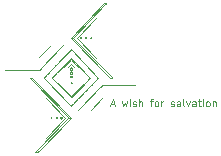
<source format=gbr>
%TF.GenerationSoftware,KiCad,Pcbnew,5.1.10*%
%TF.CreationDate,2021-06-14T18:34:52+02:00*%
%TF.ProjectId,scattered-bat-plate-1,73636174-7465-4726-9564-2d6261742d70,rev?*%
%TF.SameCoordinates,Original*%
%TF.FileFunction,Legend,Top*%
%TF.FilePolarity,Positive*%
%FSLAX46Y46*%
G04 Gerber Fmt 4.6, Leading zero omitted, Abs format (unit mm)*
G04 Created by KiCad (PCBNEW 5.1.10) date 2021-06-14 18:34:52*
%MOMM*%
%LPD*%
G01*
G04 APERTURE LIST*
%ADD10C,0.100000*%
%ADD11C,0.036000*%
G04 APERTURE END LIST*
D10*
X137172857Y-123290000D02*
X137458571Y-123290000D01*
X137115714Y-123461428D02*
X137315714Y-122861428D01*
X137515714Y-123461428D01*
X138115714Y-123061428D02*
X138230000Y-123461428D01*
X138344285Y-123175714D01*
X138458571Y-123461428D01*
X138572857Y-123061428D01*
X138801428Y-123461428D02*
X138801428Y-123061428D01*
X138801428Y-122861428D02*
X138772857Y-122890000D01*
X138801428Y-122918571D01*
X138830000Y-122890000D01*
X138801428Y-122861428D01*
X138801428Y-122918571D01*
X139058571Y-123432857D02*
X139115714Y-123461428D01*
X139230000Y-123461428D01*
X139287142Y-123432857D01*
X139315714Y-123375714D01*
X139315714Y-123347142D01*
X139287142Y-123290000D01*
X139230000Y-123261428D01*
X139144285Y-123261428D01*
X139087142Y-123232857D01*
X139058571Y-123175714D01*
X139058571Y-123147142D01*
X139087142Y-123090000D01*
X139144285Y-123061428D01*
X139230000Y-123061428D01*
X139287142Y-123090000D01*
X139572857Y-123461428D02*
X139572857Y-122861428D01*
X139830000Y-123461428D02*
X139830000Y-123147142D01*
X139801428Y-123090000D01*
X139744285Y-123061428D01*
X139658571Y-123061428D01*
X139601428Y-123090000D01*
X139572857Y-123118571D01*
X140487142Y-123061428D02*
X140715714Y-123061428D01*
X140572857Y-123461428D02*
X140572857Y-122947142D01*
X140601428Y-122890000D01*
X140658571Y-122861428D01*
X140715714Y-122861428D01*
X141001428Y-123461428D02*
X140944285Y-123432857D01*
X140915714Y-123404285D01*
X140887142Y-123347142D01*
X140887142Y-123175714D01*
X140915714Y-123118571D01*
X140944285Y-123090000D01*
X141001428Y-123061428D01*
X141087142Y-123061428D01*
X141144285Y-123090000D01*
X141172857Y-123118571D01*
X141201428Y-123175714D01*
X141201428Y-123347142D01*
X141172857Y-123404285D01*
X141144285Y-123432857D01*
X141087142Y-123461428D01*
X141001428Y-123461428D01*
X141458571Y-123461428D02*
X141458571Y-123061428D01*
X141458571Y-123175714D02*
X141487142Y-123118571D01*
X141515714Y-123090000D01*
X141572857Y-123061428D01*
X141630000Y-123061428D01*
X142258571Y-123432857D02*
X142315714Y-123461428D01*
X142430000Y-123461428D01*
X142487142Y-123432857D01*
X142515714Y-123375714D01*
X142515714Y-123347142D01*
X142487142Y-123290000D01*
X142430000Y-123261428D01*
X142344285Y-123261428D01*
X142287142Y-123232857D01*
X142258571Y-123175714D01*
X142258571Y-123147142D01*
X142287142Y-123090000D01*
X142344285Y-123061428D01*
X142430000Y-123061428D01*
X142487142Y-123090000D01*
X143030000Y-123461428D02*
X143030000Y-123147142D01*
X143001428Y-123090000D01*
X142944285Y-123061428D01*
X142830000Y-123061428D01*
X142772857Y-123090000D01*
X143030000Y-123432857D02*
X142972857Y-123461428D01*
X142830000Y-123461428D01*
X142772857Y-123432857D01*
X142744285Y-123375714D01*
X142744285Y-123318571D01*
X142772857Y-123261428D01*
X142830000Y-123232857D01*
X142972857Y-123232857D01*
X143030000Y-123204285D01*
X143401428Y-123461428D02*
X143344285Y-123432857D01*
X143315714Y-123375714D01*
X143315714Y-122861428D01*
X143572857Y-123061428D02*
X143715714Y-123461428D01*
X143858571Y-123061428D01*
X144344285Y-123461428D02*
X144344285Y-123147142D01*
X144315714Y-123090000D01*
X144258571Y-123061428D01*
X144144285Y-123061428D01*
X144087142Y-123090000D01*
X144344285Y-123432857D02*
X144287142Y-123461428D01*
X144144285Y-123461428D01*
X144087142Y-123432857D01*
X144058571Y-123375714D01*
X144058571Y-123318571D01*
X144087142Y-123261428D01*
X144144285Y-123232857D01*
X144287142Y-123232857D01*
X144344285Y-123204285D01*
X144544285Y-123061428D02*
X144772857Y-123061428D01*
X144630000Y-122861428D02*
X144630000Y-123375714D01*
X144658571Y-123432857D01*
X144715714Y-123461428D01*
X144772857Y-123461428D01*
X144972857Y-123461428D02*
X144972857Y-123061428D01*
X144972857Y-122861428D02*
X144944285Y-122890000D01*
X144972857Y-122918571D01*
X145001428Y-122890000D01*
X144972857Y-122861428D01*
X144972857Y-122918571D01*
X145344285Y-123461428D02*
X145287142Y-123432857D01*
X145258571Y-123404285D01*
X145230000Y-123347142D01*
X145230000Y-123175714D01*
X145258571Y-123118571D01*
X145287142Y-123090000D01*
X145344285Y-123061428D01*
X145430000Y-123061428D01*
X145487142Y-123090000D01*
X145515714Y-123118571D01*
X145544285Y-123175714D01*
X145544285Y-123347142D01*
X145515714Y-123404285D01*
X145487142Y-123432857D01*
X145430000Y-123461428D01*
X145344285Y-123461428D01*
X145801428Y-123061428D02*
X145801428Y-123461428D01*
X145801428Y-123118571D02*
X145830000Y-123090000D01*
X145887142Y-123061428D01*
X145972857Y-123061428D01*
X146030000Y-123090000D01*
X146058571Y-123147142D01*
X146058571Y-123461428D01*
D11*
X133745637Y-120905796D02*
X133741446Y-120942833D01*
X133741446Y-120942833D02*
X133756585Y-120976485D01*
X133756585Y-120976485D02*
X133759977Y-120980262D01*
X133806752Y-120863615D02*
X133772022Y-120873789D01*
X133772022Y-120873789D02*
X133747716Y-120901114D01*
X133747716Y-120901114D02*
X133745637Y-120905796D01*
X135502239Y-117675662D02*
X135465962Y-117683116D01*
X134617125Y-117582695D02*
X134652017Y-117592917D01*
X134652017Y-117592917D02*
X134676437Y-117620372D01*
X134676437Y-117620372D02*
X134678527Y-117625076D01*
X132097752Y-124402596D02*
X132097752Y-124402596D01*
X134268387Y-122239746D02*
X134963335Y-121521886D01*
X133724640Y-120383196D02*
X133756115Y-120406329D01*
X133756115Y-120406329D02*
X133792424Y-120417412D01*
X133792424Y-120417412D02*
X133830458Y-120415807D01*
X133830458Y-120415807D02*
X133851190Y-120409197D01*
X133699469Y-120252474D02*
X133690823Y-120291364D01*
X133690823Y-120291364D02*
X133694804Y-120330257D01*
X133694804Y-120330257D02*
X133710795Y-120365940D01*
X133710795Y-120365940D02*
X133724640Y-120383196D01*
X134617125Y-117582695D02*
X134617125Y-117582695D01*
X134981676Y-117651348D02*
X134991392Y-117627119D01*
X135002154Y-117683006D02*
X134981699Y-117652643D01*
X134981699Y-117652643D02*
X134981676Y-117651348D01*
X132585062Y-124412753D02*
X132561605Y-124402716D01*
X134664120Y-117699893D02*
X134632449Y-117718151D01*
X134632449Y-117718151D02*
X134596388Y-117716574D01*
X134596388Y-117716574D02*
X134591691Y-117714775D01*
X133806755Y-119373470D02*
X133806755Y-119373470D01*
X133787563Y-123436052D02*
X131474930Y-121047174D01*
X137073054Y-121044125D02*
X137041290Y-121011311D01*
X137271873Y-121044125D02*
X137073054Y-121044125D01*
X133345122Y-119850323D02*
X132650174Y-120568182D01*
X133806752Y-120178427D02*
X133768659Y-120185058D01*
X133768659Y-120185058D02*
X133735398Y-120203742D01*
X133735398Y-120203742D02*
X133709603Y-120232657D01*
X133709603Y-120232657D02*
X133699469Y-120252474D01*
X133809716Y-122610578D02*
X133800512Y-122620082D01*
X133806753Y-122613705D02*
X132708339Y-121479079D01*
X133922874Y-120298377D02*
X133916997Y-120260700D01*
X133916997Y-120260700D02*
X133900088Y-120227013D01*
X133900088Y-120227013D02*
X133888863Y-120213559D01*
X133851190Y-120409197D02*
X133883925Y-120388012D01*
X133883925Y-120388012D02*
X133907732Y-120357603D01*
X133907732Y-120357603D02*
X133920852Y-120320691D01*
X133920852Y-120320691D02*
X133922874Y-120298377D01*
X132630983Y-119853008D02*
X132659701Y-119823342D01*
X132659701Y-119823342D02*
X132688334Y-119793765D01*
X132688334Y-119793765D02*
X132716870Y-119764289D01*
X132716870Y-119764289D02*
X132745296Y-119734925D01*
X132745296Y-119734925D02*
X132773602Y-119705686D01*
X132773602Y-119705686D02*
X132801774Y-119676585D01*
X132801774Y-119676585D02*
X132829802Y-119647633D01*
X132829802Y-119647633D02*
X132857674Y-119618842D01*
X132857674Y-119618842D02*
X132885377Y-119590226D01*
X132885377Y-119590226D02*
X132912899Y-119561796D01*
X132912899Y-119561796D02*
X132940230Y-119533564D01*
X132940230Y-119533564D02*
X132967357Y-119505543D01*
X132967357Y-119505543D02*
X132994267Y-119477745D01*
X132994267Y-119477745D02*
X133020951Y-119450182D01*
X133020951Y-119450182D02*
X133047394Y-119422867D01*
X133047394Y-119422867D02*
X133073587Y-119395811D01*
X133073587Y-119395811D02*
X133099516Y-119369027D01*
X133099516Y-119369027D02*
X133125170Y-119342527D01*
X133125170Y-119342527D02*
X133150537Y-119316324D01*
X133150537Y-119316324D02*
X133175605Y-119290429D01*
X133175605Y-119290429D02*
X133224798Y-119239614D01*
X133224798Y-119239614D02*
X133272654Y-119190181D01*
X133272654Y-119190181D02*
X133319077Y-119142226D01*
X133319077Y-119142226D02*
X133363974Y-119095849D01*
X133363974Y-119095849D02*
X133407249Y-119051147D01*
X133407249Y-119051147D02*
X133448808Y-119008219D01*
X133806755Y-119373470D02*
X135424967Y-121045034D01*
X133787563Y-118658296D02*
X133787563Y-118658296D01*
X132527297Y-120695111D02*
X132568855Y-120652182D01*
X132568855Y-120652182D02*
X132612130Y-120607480D01*
X132612130Y-120607480D02*
X132657027Y-120561103D01*
X132657027Y-120561103D02*
X132703450Y-120513148D01*
X132703450Y-120513148D02*
X132751306Y-120463715D01*
X132751306Y-120463715D02*
X132800499Y-120412900D01*
X132800499Y-120412900D02*
X132825567Y-120387005D01*
X132825567Y-120387005D02*
X132850934Y-120360802D01*
X132850934Y-120360802D02*
X132876588Y-120334302D01*
X132876588Y-120334302D02*
X132902518Y-120307518D01*
X132902518Y-120307518D02*
X132928710Y-120280463D01*
X132928710Y-120280463D02*
X132955153Y-120253147D01*
X132955153Y-120253147D02*
X132981837Y-120225584D01*
X132981837Y-120225584D02*
X133008747Y-120197786D01*
X133008747Y-120197786D02*
X133035874Y-120169765D01*
X133035874Y-120169765D02*
X133063205Y-120141534D01*
X133063205Y-120141534D02*
X133090727Y-120113104D01*
X133090727Y-120113104D02*
X133118430Y-120084487D01*
X133118430Y-120084487D02*
X133146302Y-120055697D01*
X133146302Y-120055697D02*
X133174330Y-120026745D01*
X133174330Y-120026745D02*
X133202502Y-119997644D01*
X133202502Y-119997644D02*
X133230808Y-119968405D01*
X133230808Y-119968405D02*
X133259234Y-119939041D01*
X133259234Y-119939041D02*
X133287770Y-119909565D01*
X133287770Y-119909565D02*
X133316403Y-119879988D01*
X133316403Y-119879988D02*
X133345122Y-119850323D01*
X135926791Y-115955967D02*
X134285525Y-117651348D01*
X133468000Y-119723393D02*
X133507548Y-119682540D01*
X133507548Y-119682540D02*
X133544830Y-119644029D01*
X133544830Y-119644029D02*
X133579805Y-119607901D01*
X133579805Y-119607901D02*
X133612435Y-119574195D01*
X133612435Y-119574195D02*
X133642680Y-119542953D01*
X133642680Y-119542953D02*
X133670502Y-119514214D01*
X133670502Y-119514214D02*
X133695859Y-119488020D01*
X133695859Y-119488020D02*
X133729192Y-119453589D01*
X133729192Y-119453589D02*
X133756761Y-119425111D01*
X133756761Y-119425111D02*
X133784326Y-119396638D01*
X133784326Y-119396638D02*
X133806755Y-119373470D01*
X133856523Y-121480409D02*
X133843646Y-121445902D01*
X133843646Y-121445902D02*
X133841945Y-121444055D01*
X133825798Y-121527908D02*
X133851705Y-121502477D01*
X133851705Y-121502477D02*
X133856523Y-121480409D01*
X133448808Y-119008219D02*
X133488356Y-118967366D01*
X133488356Y-118967366D02*
X133525638Y-118928855D01*
X133525638Y-118928855D02*
X133560613Y-118892727D01*
X133560613Y-118892727D02*
X133593243Y-118859021D01*
X133593243Y-118859021D02*
X133623488Y-118827779D01*
X133623488Y-118827779D02*
X133651310Y-118799040D01*
X133651310Y-118799040D02*
X133676667Y-118772846D01*
X133676667Y-118772846D02*
X133710000Y-118738415D01*
X133710000Y-118738415D02*
X133737569Y-118709937D01*
X133737569Y-118709937D02*
X133765134Y-118681464D01*
X133765134Y-118681464D02*
X133787563Y-118658296D01*
X133771558Y-121516763D02*
X133806028Y-121531817D01*
X133806028Y-121531817D02*
X133825798Y-121527908D01*
X133760769Y-121460735D02*
X133759857Y-121497639D01*
X133759857Y-121497639D02*
X133771558Y-121516763D01*
X133431402Y-119863971D02*
X133056404Y-120251333D01*
X133806755Y-122716598D02*
X132188542Y-121045034D01*
X133788507Y-124436955D02*
X130540553Y-121081916D01*
X130975279Y-127342931D02*
X133788507Y-124436955D01*
X134991392Y-117627119D02*
X135014848Y-117617082D01*
X132530958Y-124423869D02*
X132537279Y-124460278D01*
X132537279Y-124460278D02*
X132538149Y-124461212D01*
X130299998Y-121040001D02*
X130503966Y-121044141D01*
X130366531Y-121108728D02*
X130299998Y-121040001D01*
X134678527Y-117625076D02*
X134682737Y-117662287D01*
X134682737Y-117662287D02*
X134667527Y-117696098D01*
X134667527Y-117696098D02*
X134664120Y-117699893D01*
X135465962Y-117683116D02*
X135445436Y-117652647D01*
X135445436Y-117652647D02*
X135445413Y-117651348D01*
X133787563Y-118658296D02*
X136100196Y-121047174D01*
X134145509Y-122366675D02*
X134105960Y-122407527D01*
X134105960Y-122407527D02*
X134068678Y-122446038D01*
X134068678Y-122446038D02*
X134033703Y-122482166D01*
X134033703Y-122482166D02*
X134001073Y-122515872D01*
X134001073Y-122515872D02*
X133970828Y-122547114D01*
X133970828Y-122547114D02*
X133943007Y-122575853D01*
X133943007Y-122575853D02*
X133917649Y-122602047D01*
X133917649Y-122602047D02*
X133884317Y-122636478D01*
X133884317Y-122636478D02*
X133856748Y-122664956D01*
X133856748Y-122664956D02*
X133829183Y-122693429D01*
X133829183Y-122693429D02*
X133806755Y-122716598D01*
X131813685Y-120697251D02*
X131855243Y-120654322D01*
X131855243Y-120654322D02*
X131898518Y-120609620D01*
X131898518Y-120609620D02*
X131943415Y-120563243D01*
X131943415Y-120563243D02*
X131989839Y-120515288D01*
X131989839Y-120515288D02*
X132037694Y-120465855D01*
X132037694Y-120465855D02*
X132086887Y-120415040D01*
X132086887Y-120415040D02*
X132111956Y-120389145D01*
X132111956Y-120389145D02*
X132137323Y-120362942D01*
X132137323Y-120362942D02*
X132162977Y-120336442D01*
X132162977Y-120336442D02*
X132188906Y-120309658D01*
X132188906Y-120309658D02*
X132215098Y-120282602D01*
X132215098Y-120282602D02*
X132241542Y-120255287D01*
X132241542Y-120255287D02*
X132268225Y-120227724D01*
X132268225Y-120227724D02*
X132295136Y-120199926D01*
X132295136Y-120199926D02*
X132322263Y-120171905D01*
X132322263Y-120171905D02*
X132349593Y-120143673D01*
X132349593Y-120143673D02*
X132377116Y-120115243D01*
X132377116Y-120115243D02*
X132404819Y-120086627D01*
X132404819Y-120086627D02*
X132432691Y-120057837D01*
X132432691Y-120057837D02*
X132460719Y-120028885D01*
X132460719Y-120028885D02*
X132488891Y-119999783D01*
X132488891Y-119999783D02*
X132517197Y-119970544D01*
X132517197Y-119970544D02*
X132545623Y-119941181D01*
X132545623Y-119941181D02*
X132574159Y-119911704D01*
X132574159Y-119911704D02*
X132602792Y-119882127D01*
X132602792Y-119882127D02*
X132631511Y-119852462D01*
X130975279Y-127342994D02*
X131044257Y-127271738D01*
X130775766Y-127343205D02*
X130975279Y-127342994D01*
X132538149Y-124461212D02*
X132574299Y-124468640D01*
X134943615Y-122241885D02*
X134944143Y-122241341D01*
X134126318Y-123086129D02*
X134086769Y-123126981D01*
X134086769Y-123126981D02*
X134049487Y-123165492D01*
X134049487Y-123165492D02*
X134014512Y-123201620D01*
X134014512Y-123201620D02*
X133981882Y-123235326D01*
X133981882Y-123235326D02*
X133951636Y-123266568D01*
X133951636Y-123266568D02*
X133923815Y-123295307D01*
X133923815Y-123295307D02*
X133898457Y-123321501D01*
X133898457Y-123321501D02*
X133865125Y-123355932D01*
X133865125Y-123355932D02*
X133837556Y-123384410D01*
X133837556Y-123384410D02*
X133809991Y-123412883D01*
X133809991Y-123412883D02*
X133787563Y-123436052D01*
X134591691Y-117714775D02*
X134563241Y-117691537D01*
X134563241Y-117691537D02*
X134550850Y-117656519D01*
X134550850Y-117656519D02*
X134550663Y-117651348D01*
X132594777Y-124436982D02*
X132585062Y-124412753D01*
X133853526Y-120883628D02*
X133821301Y-120865287D01*
X133821301Y-120865287D02*
X133806752Y-120863615D01*
X133872902Y-120931945D02*
X133863517Y-120896862D01*
X133863517Y-120896862D02*
X133853526Y-120883628D01*
X135086213Y-121394957D02*
X135044654Y-121437885D01*
X135044654Y-121437885D02*
X135001379Y-121482587D01*
X135001379Y-121482587D02*
X134956482Y-121528964D01*
X134956482Y-121528964D02*
X134910058Y-121576919D01*
X134910058Y-121576919D02*
X134862202Y-121626352D01*
X134862202Y-121626352D02*
X134813009Y-121677167D01*
X134813009Y-121677167D02*
X134787941Y-121703062D01*
X134787941Y-121703062D02*
X134762574Y-121729265D01*
X134762574Y-121729265D02*
X134736920Y-121755765D01*
X134736920Y-121755765D02*
X134710991Y-121782549D01*
X134710991Y-121782549D02*
X134684798Y-121809605D01*
X134684798Y-121809605D02*
X134658355Y-121836920D01*
X134658355Y-121836920D02*
X134631672Y-121864483D01*
X134631672Y-121864483D02*
X134604761Y-121892281D01*
X134604761Y-121892281D02*
X134577634Y-121920302D01*
X134577634Y-121920302D02*
X134550303Y-121948534D01*
X134550303Y-121948534D02*
X134522781Y-121976964D01*
X134522781Y-121976964D02*
X134495078Y-122005580D01*
X134495078Y-122005580D02*
X134467206Y-122034370D01*
X134467206Y-122034370D02*
X134439178Y-122063322D01*
X134439178Y-122063322D02*
X134411006Y-122092424D01*
X134411006Y-122092424D02*
X134382700Y-122121663D01*
X134382700Y-122121663D02*
X134354274Y-122151026D01*
X134354274Y-122151026D02*
X134325738Y-122180503D01*
X134325738Y-122180503D02*
X134297105Y-122210080D01*
X134297105Y-122210080D02*
X134268387Y-122239746D01*
X133906299Y-120623826D02*
X133899623Y-120586803D01*
X133899623Y-120586803D02*
X133880546Y-120554809D01*
X133880546Y-120554809D02*
X133877142Y-120551114D01*
X133844847Y-120718827D02*
X133875582Y-120698117D01*
X133875582Y-120698117D02*
X133896663Y-120667965D01*
X133896663Y-120667965D02*
X133906017Y-120631572D01*
X133906017Y-120631572D02*
X133906299Y-120623826D01*
X132912333Y-124485527D02*
X132944003Y-124503785D01*
X132944003Y-124503785D02*
X132980064Y-124502208D01*
X132980064Y-124502208D02*
X132984762Y-124500409D01*
X132650174Y-120568182D02*
X132678892Y-120538516D01*
X132678892Y-120538516D02*
X132707525Y-120508939D01*
X132707525Y-120508939D02*
X132736061Y-120479463D01*
X132736061Y-120479463D02*
X132764487Y-120450099D01*
X132764487Y-120450099D02*
X132792793Y-120420860D01*
X132792793Y-120420860D02*
X132820966Y-120391759D01*
X132820966Y-120391759D02*
X132848994Y-120362807D01*
X132848994Y-120362807D02*
X132876865Y-120334016D01*
X132876865Y-120334016D02*
X132904568Y-120305400D01*
X132904568Y-120305400D02*
X132932091Y-120276970D01*
X132932091Y-120276970D02*
X132959421Y-120248738D01*
X132959421Y-120248738D02*
X132986548Y-120220717D01*
X132986548Y-120220717D02*
X133013459Y-120192919D01*
X133013459Y-120192919D02*
X133040142Y-120165356D01*
X133040142Y-120165356D02*
X133066586Y-120138041D01*
X133066586Y-120138041D02*
X133092778Y-120110985D01*
X133092778Y-120110985D02*
X133118707Y-120084201D01*
X133118707Y-120084201D02*
X133144361Y-120057701D01*
X133144361Y-120057701D02*
X133169728Y-120031498D01*
X133169728Y-120031498D02*
X133194796Y-120005603D01*
X133194796Y-120005603D02*
X133243989Y-119954788D01*
X133243989Y-119954788D02*
X133291845Y-119905355D01*
X133291845Y-119905355D02*
X133338269Y-119857400D01*
X133338269Y-119857400D02*
X133383166Y-119811023D01*
X133383166Y-119811023D02*
X133426441Y-119766321D01*
X133426441Y-119766321D02*
X133468000Y-119723393D01*
X135014848Y-117617082D02*
X135044993Y-117637047D01*
X135044993Y-117637047D02*
X135045495Y-117638235D01*
X134285525Y-117651348D02*
X135926633Y-119346566D01*
X130879145Y-127236418D02*
X130775766Y-127343205D01*
X133589256Y-124436955D02*
X130775766Y-127343201D01*
X133806752Y-121428997D02*
X133772071Y-121443529D01*
X133772071Y-121443529D02*
X133760769Y-121460735D01*
X133806752Y-120520997D02*
X133806752Y-120520997D01*
X133290928Y-124436982D02*
X131649820Y-126132200D01*
X132897926Y-124410710D02*
X132893715Y-124447921D01*
X132893715Y-124447921D02*
X132908925Y-124481732D01*
X132908925Y-124481732D02*
X132912333Y-124485527D01*
X132131040Y-124436982D02*
X132121290Y-124412668D01*
X133987455Y-117651297D02*
X137243013Y-121014323D01*
X136800617Y-114745389D02*
X133987455Y-117651297D01*
X133806753Y-122613705D02*
X134904504Y-121479763D01*
X133806752Y-121428997D02*
X133806752Y-121428997D01*
X132188542Y-121045034D02*
X132216861Y-121015780D01*
X132216861Y-121015780D02*
X132247076Y-120984569D01*
X132247076Y-120984569D02*
X132276581Y-120954092D01*
X132276581Y-120954092D02*
X132311805Y-120917706D01*
X132311805Y-120917706D02*
X132338399Y-120890235D01*
X132338399Y-120890235D02*
X132367437Y-120860240D01*
X132367437Y-120860240D02*
X132398880Y-120827760D01*
X132398880Y-120827760D02*
X132432688Y-120792838D01*
X132432688Y-120792838D02*
X132468821Y-120755514D01*
X132468821Y-120755514D02*
X132507241Y-120715827D01*
X132507241Y-120715827D02*
X132527297Y-120695111D01*
X133006324Y-124388437D02*
X132973946Y-124370010D01*
X132973946Y-124370010D02*
X132959328Y-124368329D01*
X132074214Y-124461296D02*
X132110491Y-124468750D01*
X132066999Y-124423823D02*
X132073341Y-124460359D01*
X132073341Y-124460359D02*
X132074214Y-124461296D01*
X131128223Y-119303012D02*
X132098393Y-118300436D01*
X131128223Y-120398955D02*
X133159480Y-118300436D01*
X139184664Y-121693281D02*
X136444332Y-121693281D01*
X136444332Y-121693281D02*
X139184664Y-121693281D01*
X132110491Y-124468750D02*
X132131016Y-124438281D01*
X132131016Y-124438281D02*
X132131040Y-124436982D01*
X134944143Y-122241341D02*
X134915424Y-122271006D01*
X134915424Y-122271006D02*
X134886791Y-122300583D01*
X134886791Y-122300583D02*
X134858255Y-122330059D01*
X134858255Y-122330059D02*
X134829829Y-122359423D01*
X134829829Y-122359423D02*
X134801523Y-122388662D01*
X134801523Y-122388662D02*
X134773351Y-122417763D01*
X134773351Y-122417763D02*
X134745323Y-122446715D01*
X134745323Y-122446715D02*
X134717451Y-122475505D01*
X134717451Y-122475505D02*
X134689748Y-122504122D01*
X134689748Y-122504122D02*
X134662226Y-122532552D01*
X134662226Y-122532552D02*
X134634895Y-122560783D01*
X134634895Y-122560783D02*
X134607768Y-122588804D01*
X134607768Y-122588804D02*
X134580858Y-122616602D01*
X134580858Y-122616602D02*
X134554174Y-122644165D01*
X134554174Y-122644165D02*
X134527731Y-122671481D01*
X134527731Y-122671481D02*
X134501539Y-122698536D01*
X134501539Y-122698536D02*
X134475609Y-122725320D01*
X134475609Y-122725320D02*
X134449955Y-122751820D01*
X134449955Y-122751820D02*
X134424588Y-122778023D01*
X134424588Y-122778023D02*
X134399520Y-122803918D01*
X134399520Y-122803918D02*
X134350327Y-122854733D01*
X134350327Y-122854733D02*
X134302471Y-122904166D01*
X134302471Y-122904166D02*
X134256048Y-122952121D01*
X134256048Y-122952121D02*
X134211151Y-122998498D01*
X134211151Y-122998498D02*
X134167876Y-123043200D01*
X134167876Y-123043200D02*
X134126318Y-123086129D01*
X131474930Y-121047174D02*
X131503250Y-121017920D01*
X131503250Y-121017920D02*
X131533464Y-120986709D01*
X131533464Y-120986709D02*
X131562969Y-120956232D01*
X131562969Y-120956232D02*
X131598193Y-120919846D01*
X131598193Y-120919846D02*
X131624788Y-120892375D01*
X131624788Y-120892375D02*
X131653826Y-120862380D01*
X131653826Y-120862380D02*
X131685268Y-120829900D01*
X131685268Y-120829900D02*
X131719076Y-120794978D01*
X131719076Y-120794978D02*
X131755209Y-120757654D01*
X131755209Y-120757654D02*
X131793629Y-120717967D01*
X131793629Y-120717967D02*
X131813685Y-120697251D01*
X133788506Y-117651327D02*
X137041281Y-121011341D01*
X136601833Y-114745248D02*
X133788506Y-117651327D01*
X133832066Y-120995075D02*
X133860382Y-120971945D01*
X133860382Y-120971945D02*
X133872714Y-120937092D01*
X133872714Y-120937092D02*
X133872902Y-120931945D01*
X133759977Y-120980262D02*
X133791498Y-120998434D01*
X133791498Y-120998434D02*
X133829738Y-120996018D01*
X133829738Y-120996018D02*
X133832066Y-120995075D01*
X135478701Y-117616962D02*
X135508950Y-117636997D01*
X135508950Y-117636997D02*
X135509454Y-117638189D01*
X133806752Y-120863615D02*
X133806752Y-120863615D01*
X133841945Y-121444055D02*
X133807987Y-121429012D01*
X133807987Y-121429012D02*
X133806752Y-121428997D01*
X136100196Y-121047174D02*
X136071875Y-121076427D01*
X136071875Y-121076427D02*
X136041661Y-121107638D01*
X136041661Y-121107638D02*
X136012156Y-121138116D01*
X136012156Y-121138116D02*
X135976932Y-121174501D01*
X135976932Y-121174501D02*
X135950337Y-121201972D01*
X135950337Y-121201972D02*
X135921299Y-121231967D01*
X135921299Y-121231967D02*
X135889857Y-121264447D01*
X135889857Y-121264447D02*
X135856049Y-121299369D01*
X135856049Y-121299369D02*
X135819916Y-121336693D01*
X135819916Y-121336693D02*
X135781496Y-121376380D01*
X135781496Y-121376380D02*
X135761441Y-121397097D01*
X134550663Y-117651348D02*
X134560091Y-117616099D01*
X134560091Y-117616099D02*
X134570129Y-117602803D01*
X135761441Y-121397097D02*
X135719882Y-121440025D01*
X135719882Y-121440025D02*
X135676607Y-121484727D01*
X135676607Y-121484727D02*
X135631710Y-121531104D01*
X135631710Y-121531104D02*
X135585286Y-121579059D01*
X135585286Y-121579059D02*
X135537430Y-121628492D01*
X135537430Y-121628492D02*
X135488237Y-121679307D01*
X135488237Y-121679307D02*
X135463169Y-121705202D01*
X135463169Y-121705202D02*
X135437802Y-121731405D01*
X135437802Y-121731405D02*
X135412148Y-121757905D01*
X135412148Y-121757905D02*
X135386219Y-121784689D01*
X135386219Y-121784689D02*
X135360026Y-121811744D01*
X135360026Y-121811744D02*
X135333583Y-121839060D01*
X135333583Y-121839060D02*
X135306900Y-121866623D01*
X135306900Y-121866623D02*
X135279989Y-121894421D01*
X135279989Y-121894421D02*
X135252862Y-121922442D01*
X135252862Y-121922442D02*
X135225531Y-121950673D01*
X135225531Y-121950673D02*
X135198009Y-121979103D01*
X135198009Y-121979103D02*
X135170306Y-122007720D01*
X135170306Y-122007720D02*
X135142434Y-122036510D01*
X135142434Y-122036510D02*
X135114406Y-122065462D01*
X135114406Y-122065462D02*
X135086234Y-122094563D01*
X135086234Y-122094563D02*
X135057928Y-122123802D01*
X135057928Y-122123802D02*
X135029502Y-122153166D01*
X135029502Y-122153166D02*
X135000966Y-122182642D01*
X135000966Y-122182642D02*
X134972333Y-122212219D01*
X134972333Y-122212219D02*
X134943615Y-122241885D01*
X133736361Y-120696537D02*
X133766645Y-120717944D01*
X133766645Y-120717944D02*
X133801681Y-120726523D01*
X133801681Y-120726523D02*
X133837811Y-120721522D01*
X133837811Y-120721522D02*
X133844847Y-120718827D01*
X133714782Y-120584475D02*
X133707225Y-120621568D01*
X133707225Y-120621568D02*
X133712959Y-120658287D01*
X133712959Y-120658287D02*
X133731257Y-120690854D01*
X133731257Y-120690854D02*
X133736361Y-120696537D01*
X132561605Y-124402716D02*
X132561605Y-124402716D01*
X133788507Y-117651297D02*
X133987455Y-117651297D01*
X135045495Y-117638235D02*
X135039173Y-117674644D01*
X135039173Y-117674644D02*
X135038304Y-117675578D01*
X134181717Y-119863572D02*
X134556817Y-120251041D01*
X131649662Y-122741601D02*
X133290928Y-124436982D01*
X134963335Y-121521886D02*
X134934616Y-121551551D01*
X134934616Y-121551551D02*
X134905983Y-121581128D01*
X134905983Y-121581128D02*
X134877447Y-121610605D01*
X134877447Y-121610605D02*
X134849021Y-121639968D01*
X134849021Y-121639968D02*
X134820715Y-121669207D01*
X134820715Y-121669207D02*
X134792542Y-121698309D01*
X134792542Y-121698309D02*
X134764514Y-121727261D01*
X134764514Y-121727261D02*
X134736643Y-121756051D01*
X134736643Y-121756051D02*
X134708940Y-121784667D01*
X134708940Y-121784667D02*
X134681417Y-121813097D01*
X134681417Y-121813097D02*
X134654087Y-121841329D01*
X134654087Y-121841329D02*
X134626960Y-121869350D01*
X134626960Y-121869350D02*
X134600049Y-121897148D01*
X134600049Y-121897148D02*
X134573366Y-121924711D01*
X134573366Y-121924711D02*
X134546922Y-121952026D01*
X134546922Y-121952026D02*
X134520730Y-121979082D01*
X134520730Y-121979082D02*
X134494801Y-122005866D01*
X134494801Y-122005866D02*
X134469147Y-122032366D01*
X134469147Y-122032366D02*
X134443780Y-122058569D01*
X134443780Y-122058569D02*
X134418712Y-122084464D01*
X134418712Y-122084464D02*
X134369519Y-122135279D01*
X134369519Y-122135279D02*
X134321663Y-122184712D01*
X134321663Y-122184712D02*
X134275239Y-122232667D01*
X134275239Y-122232667D02*
X134230342Y-122279044D01*
X134230342Y-122279044D02*
X134187067Y-122323746D01*
X134187067Y-122323746D02*
X134145509Y-122366675D01*
X133806752Y-120520997D02*
X133770683Y-120527980D01*
X133770683Y-120527980D02*
X133740036Y-120547504D01*
X133740036Y-120547504D02*
X133717911Y-120577429D01*
X133717911Y-120577429D02*
X133714782Y-120584475D01*
X133806753Y-119887278D02*
X134088221Y-120178027D01*
X132984762Y-124500409D02*
X133013211Y-124477171D01*
X133013211Y-124477171D02*
X133025602Y-124442153D01*
X133025602Y-124442153D02*
X133025790Y-124436982D01*
X132097752Y-124402596D02*
X132067502Y-124422631D01*
X132067502Y-124422631D02*
X132066999Y-124423823D01*
X132959328Y-124368329D02*
X132959328Y-124368329D01*
X132561605Y-124402716D02*
X132531459Y-124422681D01*
X132531459Y-124422681D02*
X132530958Y-124423869D01*
X135509454Y-117638189D02*
X135503111Y-117674725D01*
X135503111Y-117674725D02*
X135502239Y-117675662D01*
X136444330Y-122789207D02*
X135474161Y-123791783D01*
X136444330Y-121693264D02*
X134413073Y-123791783D01*
X132121290Y-124412668D02*
X132097752Y-124402596D01*
X135038304Y-117675578D02*
X135002154Y-117683006D01*
X133431402Y-119863971D02*
X133806753Y-119476246D01*
X134570129Y-117602803D02*
X134602506Y-117584376D01*
X134602506Y-117584376D02*
X134617125Y-117582695D01*
X135445413Y-117651348D02*
X135455163Y-117627034D01*
X132574299Y-124468640D02*
X132594753Y-124438277D01*
X132594753Y-124438277D02*
X132594777Y-124436982D01*
X135478701Y-117616962D02*
X135478701Y-117616962D01*
X135014848Y-117617082D02*
X135014848Y-117617082D01*
X133525332Y-120177977D02*
X133806753Y-119887278D01*
X133888863Y-120213559D02*
X133858915Y-120191210D01*
X133858915Y-120191210D02*
X133823899Y-120179741D01*
X133823899Y-120179741D02*
X133806752Y-120178427D01*
X135424967Y-121045034D02*
X135396647Y-121074287D01*
X135396647Y-121074287D02*
X135366432Y-121105498D01*
X135366432Y-121105498D02*
X135336927Y-121135976D01*
X135336927Y-121135976D02*
X135301703Y-121172361D01*
X135301703Y-121172361D02*
X135275109Y-121199832D01*
X135275109Y-121199832D02*
X135246071Y-121229827D01*
X135246071Y-121229827D02*
X135214629Y-121262307D01*
X135214629Y-121262307D02*
X135180821Y-121297229D01*
X135180821Y-121297229D02*
X135144688Y-121334553D01*
X135144688Y-121334553D02*
X135106268Y-121374240D01*
X135106268Y-121374240D02*
X135086213Y-121394957D01*
X132959328Y-124368329D02*
X132924435Y-124378551D01*
X132924435Y-124378551D02*
X132900015Y-124406006D01*
X132900015Y-124406006D02*
X132897926Y-124410710D01*
X136444332Y-121693281D02*
X136315968Y-121825877D01*
X133806753Y-119476246D02*
X134181717Y-119863572D01*
X137243013Y-121014323D02*
X137271873Y-121044125D01*
X130503966Y-121044141D02*
X130540554Y-121081935D01*
X136800616Y-114745385D02*
X136601833Y-114745248D01*
X136732740Y-114815498D02*
X136800616Y-114745385D01*
X133806752Y-120178427D02*
X133806752Y-120178427D01*
X133877142Y-120551114D02*
X133847078Y-120529811D01*
X133847078Y-120529811D02*
X133811688Y-120521123D01*
X133811688Y-120521123D02*
X133806752Y-120520997D01*
X133025790Y-124436982D02*
X133016361Y-124401733D01*
X133016361Y-124401733D02*
X133006324Y-124388437D01*
X131128230Y-120398944D02*
X131233480Y-120290224D01*
X128255816Y-120398944D02*
X131128230Y-120398944D01*
X132631511Y-119852462D02*
X132630983Y-119853008D01*
X133788507Y-124436955D02*
X133589256Y-124436955D01*
X135455163Y-117627034D02*
X135478701Y-117616962D01*
X130300000Y-121040000D02*
X133593960Y-124438893D01*
M02*

</source>
